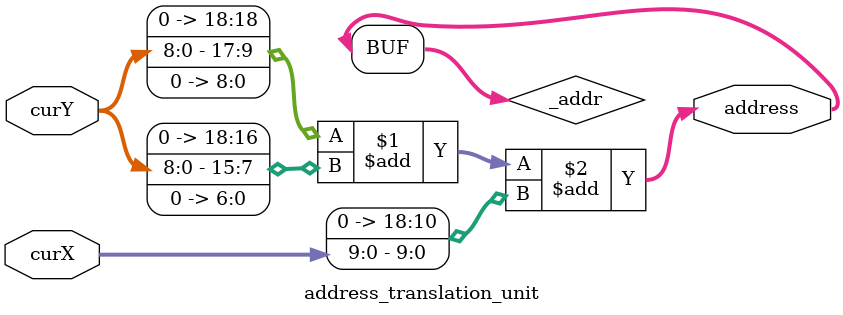
<source format=sv>
/* computes offset into RAM used to implement frame buffer by using current draw coordinate of VGA beam */
`include "Magic_Numbers.sv"
module address_translation_unit (
						input logic [9:0] curX,
						input logic [8:0] curY,
						output logic[18:0] address
	);
	// This is the same as (curY * 640 + curX) since (1 << 9) + (1 << 7) = 640.
	// Packing the bits like this is more efficient in hardware.
	wire[18:0] _addr = ({1'b0, curY, 9'b0} + {1'b0, curY, 7'b0} + {1'b0, curX});
	always @(*) begin
		address = _addr;
	end
endmodule

</source>
